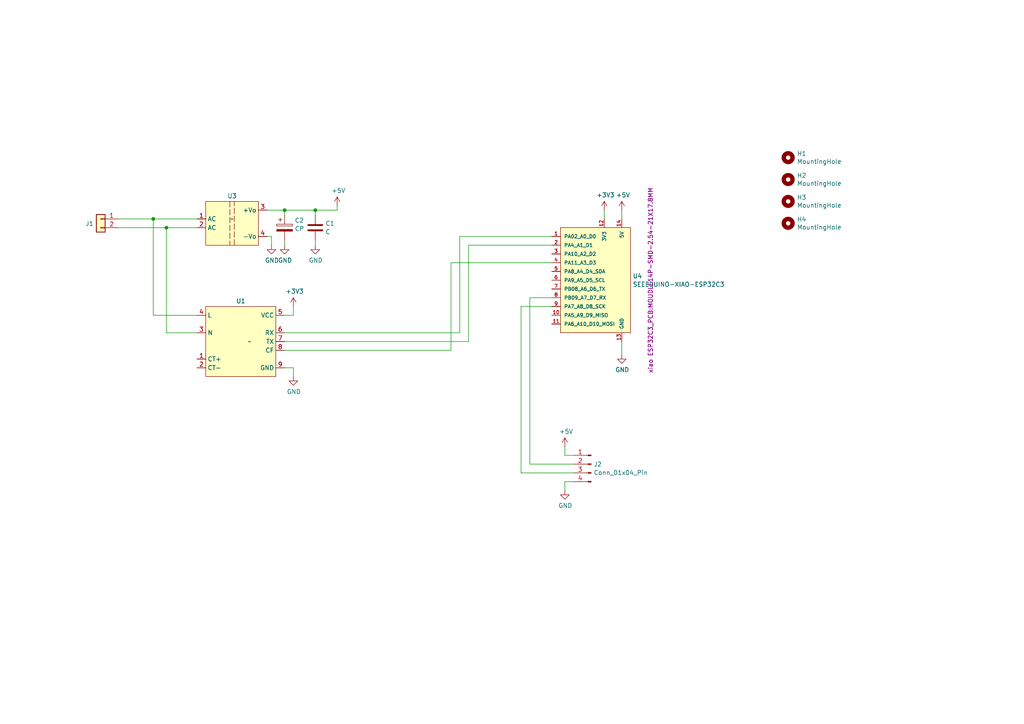
<source format=kicad_sch>
(kicad_sch (version 20231120) (generator "eeschema") (generator_version "8.0")
  (paper "A4")
  (lib_symbols
    (symbol "Connector:Conn_01x04_Pin" (pin_names (offset 1.016) hide)
      (property "Reference" "J" (at 0 5.08 0))
      (property "Value" "Conn_01x04_Pin" (at 0 -7.62 0))
      (symbol "Conn_01x04_Pin_1_1"
        (polyline (pts (xy 1.27 -5.08) (xy 0.8636 -5.08)) (stroke (width 0.1524)))
        (polyline (pts (xy 1.27 -2.54) (xy 0.8636 -2.54)) (stroke (width 0.1524)))
        (polyline (pts (xy 1.27 0) (xy 0.8636 0)) (stroke (width 0.1524)))
        (polyline (pts (xy 1.27 2.54) (xy 0.8636 2.54)) (stroke (width 0.1524)))
        (rectangle (start 0.8636 -4.953) (end 0 -5.207) (stroke (width 0.1524)) (fill (type outline)))
        (rectangle (start 0.8636 -2.413) (end 0 -2.667) (stroke (width 0.1524)) (fill (type outline)))
        (rectangle (start 0.8636 0.127) (end 0 -0.127) (stroke (width 0.1524)) (fill (type outline)))
        (rectangle (start 0.8636 2.667) (end 0 2.413) (stroke (width 0.1524)) (fill (type outline)))
        (pin passive line (at 5.08 2.54 180) (length 3.81) (name "Pin_1") (number "1"))
        (pin passive line (at 5.08 0 180) (length 3.81) (name "Pin_2") (number "2"))
        (pin passive line (at 5.08 -2.54 180) (length 3.81) (name "Pin_3") (number "3"))
        (pin passive line (at 5.08 -5.08 180) (length 3.81) (name "Pin_4") (number "4"))
      )
    )
    (symbol "Connector_Generic:Conn_01x02" (pin_names (offset 1.016) hide)
      (property "Reference" "J" (at 0 2.54 0))
      (property "Value" "Conn_01x02" (at 0 -5.08 0))
      (symbol "Conn_01x02_1_1"
        (rectangle (start -1.27 -2.413) (end 0 -2.667) (stroke (width 0.1524)))
        (rectangle (start -1.27 0.127) (end 0 -0.127) (stroke (width 0.1524)))
        (rectangle (start -1.27 1.27) (end 1.27 -3.81) (stroke (width 0.254)) (fill (type background)))
        (pin passive line (at -5.08 0 0) (length 3.81) (name "Pin_1") (number "1"))
        (pin passive line (at -5.08 -2.54 0) (length 3.81) (name "Pin_2") (number "2"))
      )
    )
    (symbol "Device:C" (pin_numbers hide) (pin_names (offset 0.254))
      (property "Reference" "C" (at 0.635 2.54 0))
      (property "Value" "C" (at 0.635 -2.54 0))
      (symbol "C_0_1"
        (polyline (pts (xy -2.032 -0.762) (xy 2.032 -0.762)) (stroke (width 0.508)))
        (polyline (pts (xy -2.032 0.762) (xy 2.032 0.762)) (stroke (width 0.508)))
      )
      (symbol "C_1_1"
        (pin passive line (at 0 3.81 270) (length 2.794) (name "~") (number "1"))
        (pin passive line (at 0 -3.81 90) (length 2.794) (name "~") (number "2"))
      )
    )
    (symbol "Device:C_Polarized" (pin_numbers hide) (pin_names (offset 0.254))
      (property "Reference" "C" (at 0.635 2.54 0))
      (property "Value" "C_Polarized" (at 0.635 -2.54 0))
      (symbol "C_Polarized_0_1"
        (rectangle (start -2.286 0.508) (end 2.286 1.016))
        (polyline (pts (xy -1.778 2.286) (xy -0.762 2.286)))
        (polyline (pts (xy -1.27 2.794) (xy -1.27 1.778)))
        (rectangle (start 2.286 -0.508) (end -2.286 -1.016) (fill (type outline)))
      )
      (symbol "C_Polarized_1_1"
        (pin passive line (at 0 3.81 270) (length 2.794) (name "~") (number "1"))
        (pin passive line (at 0 -3.81 90) (length 2.794) (name "~") (number "2"))
      )
    )
    (symbol "MOUDLE-SEEEDUINO-XIAO-ESP32C3:MOUDLE-SEEEDUINO-XIAO-ESP32C3" (pin_names (offset 1.016))
      (property "Reference" "U?" (at 2.54 12.7 0))
      (property "Value" "SEEEDUINO-XIAO-ESP32C3" (at -7.62 -15.24 90))
      (symbol "MOUDLE-SEEEDUINO-XIAO-ESP32C3_0_0"
        (pin bidirectional line (at 15.24 10.16 180) (length 2.54) (name "PA02_A0_D0") (number "1"))
        (pin bidirectional line (at 15.24 -12.7 180) (length 2.54) (name "PA5_A9_D9_MISO") (number "10"))
        (pin bidirectional line (at 15.24 -15.24 180) (length 2.54) (name "PA6_A10_D10_MOSI") (number "11"))
        (pin bidirectional line (at 15.24 7.62 180) (length 2.54) (name "PA4_A1_D1") (number "2"))
        (pin bidirectional line (at 15.24 5.08 180) (length 2.54) (name "PA10_A2_D2") (number "3"))
        (pin bidirectional line (at 15.24 2.54 180) (length 2.54) (name "PA11_A3_D3") (number "4"))
        (pin bidirectional line (at 15.24 0 180) (length 2.54) (name "PA8_A4_D4_SDA") (number "5"))
        (pin bidirectional line (at 15.24 -2.54 180) (length 2.54) (name "PA9_A5_D5_SCL") (number "6"))
        (pin bidirectional line (at 15.24 -5.08 180) (length 2.54) (name "PB08_A6_D6_TX") (number "7"))
        (pin bidirectional line (at 15.24 -7.62 180) (length 2.54) (name "PB09_A7_D7_RX") (number "8"))
        (pin bidirectional line (at 15.24 -10.16 180) (length 2.54) (name "PA7_A8_D8_SCK") (number "9"))
      )
      (symbol "MOUDLE-SEEEDUINO-XIAO-ESP32C3_1_0"
        (pin power_out line (at 0 15.24 270) (length 2.54) (name "3V3") (number "12"))
        (pin power_in line (at -5.08 -20.32 90) (length 2.54) (name "GND") (number "13"))
        (pin power_in line (at -5.08 15.24 270) (length 2.54) (name "5V") (number "14"))
      )
      (symbol "MOUDLE-SEEEDUINO-XIAO-ESP32C3_1_1"
        (rectangle (start -7.62 12.7) (end 12.7 -17.78) (fill (type background)))
      )
    )
    (symbol "Mechanical:MountingHole" (pin_names (offset 1.016))
      (property "Reference" "H" (at 0 5.08 0))
      (property "Value" "MountingHole" (at 0 3.175 0))
      (symbol "MountingHole_0_1"
        (circle (center 0 0) (radius 1.27) (stroke (width 1.27)))
      )
    )
    (symbol "custom:HLK-PM01"
      (property "Reference" "U" (at -3.175 6.35 0))
      (symbol "HLK-PM01_1_1"
        (rectangle (start -7.62 5.08) (end 7.62 -7.62) (fill (type background)))
        (polyline (pts (xy -0.635 5.08) (xy -0.635 -7.62)) (stroke (width 0) (type dash)))
        (polyline (pts (xy 0.635 -7.62) (xy 0.635 5.08)) (stroke (width 0) (type dash)))
        (pin power_in line (at -10.16 0 0) (length 2.54) (name "AC") (number "1"))
        (pin power_in line (at -10.16 -2.54 0) (length 2.54) (name "AC") (number "2"))
        (pin power_out line (at 10.16 2.54 180) (length 2.54) (name "+Vo") (number "3"))
        (pin power_out line (at 10.16 -5.08 180) (length 2.54) (name "-Vo") (number "4"))
      )
    )
    (symbol "custom:PZEM-004T-100A-D-P"
      (property "Reference" "U" (at -10.16 12.065 0))
      (symbol "PZEM-004T-100A-D-P_1_1"
        (rectangle (start -12.7 10.16) (end 7.62 -10.16) (fill (type background)))
        (pin input line (at -15.24 -5.08 0) (length 2.54) (name "CT+") (number "1"))
        (pin input line (at -15.24 -7.62 0) (length 2.54) (name "CT-") (number "2"))
        (pin input line (at -15.24 2.54 0) (length 2.54) (name "N") (number "3"))
        (pin input line (at -15.24 7.62 0) (length 2.54) (name "L") (number "4"))
        (pin power_in line (at 10.16 7.62 180) (length 2.54) (name "VCC") (number "5"))
        (pin open_collector line (at 10.16 2.54 180) (length 2.54) (name "RX") (number "6"))
        (pin open_collector line (at 10.16 0 180) (length 2.54) (name "TX") (number "7"))
        (pin open_collector line (at 10.16 -2.54 180) (length 2.54) (name "CF") (number "8"))
        (pin power_in line (at 10.16 -7.62 180) (length 2.54) (name "GND") (number "9"))
      )
    )
    (symbol "power:+3V3" (power) (pin_names (offset 0))
      (property "Value" "+3V3" (at 0 3.556 0))
      (symbol "+3V3_0_1"
        (polyline (pts (xy -0.762 1.27) (xy 0 2.54)))
        (polyline (pts (xy 0 0) (xy 0 2.54)))
        (polyline (pts (xy 0 2.54) (xy 0.762 1.27)))
      )
      (symbol "+3V3_1_1"
        (pin power_in line (at 0 0 90) (length 0) hide (name "+3V3") (number "1"))
      )
    )
    (symbol "power:+5V" (power) (pin_names (offset 0))
      (property "Value" "+5V" (at 0 3.556 0))
      (symbol "+5V_0_1"
        (polyline (pts (xy -0.762 1.27) (xy 0 2.54)))
        (polyline (pts (xy 0 0) (xy 0 2.54)))
        (polyline (pts (xy 0 2.54) (xy 0.762 1.27)))
      )
      (symbol "+5V_1_1"
        (pin power_in line (at 0 0 90) (length 0) hide (name "+5V") (number "1"))
      )
    )
    (symbol "power:GND" (power) (pin_names (offset 0))
      (property "Value" "GND" (at 0 -3.81 0))
      (symbol "GND_0_1"
        (polyline (pts (xy 0 0) (xy 0 -1.27) (xy 1.27 -1.27) (xy 0 -2.54) (xy -1.27 -1.27) (xy 0 -1.27)))
      )
      (symbol "GND_1_1"
        (pin power_in line (at 0 0 270) (length 0) hide (name "GND") (number "1"))
      )
    )
  )
  (junction (at 44.45 63.5))
  (junction (at 48.26 66.04))
  (junction (at 82.55 60.96))
  (junction (at 91.44 60.96))
  (wire (pts (xy 85.09 91.44) (xy 82.55 91.44)))
  (wire (pts (xy 78.74 68.58) (xy 77.47 68.58)))
  (wire (pts (xy 166.37 139.7) (xy 163.83 139.7)))
  (wire (pts (xy 48.26 66.04) (xy 57.15 66.04)))
  (wire (pts (xy 44.45 91.44) (xy 57.15 91.44)))
  (wire (pts (xy 175.26 60.96) (xy 175.26 63.5)))
  (wire (pts (xy 160.02 76.2) (xy 130.81 76.2)))
  (wire (pts (xy 82.55 69.85) (xy 82.55 71.12)))
  (wire (pts (xy 85.09 88.9) (xy 85.09 91.44)))
  (wire (pts (xy 77.47 60.96) (xy 82.55 60.96)))
  (wire (pts (xy 151.13 88.9) (xy 160.02 88.9)))
  (wire (pts (xy 151.13 137.16) (xy 166.37 137.16)))
  (wire (pts (xy 44.45 63.5) (xy 57.15 63.5)))
  (wire (pts (xy 163.83 139.7) (xy 163.83 142.24)))
  (wire (pts (xy 82.55 60.96) (xy 91.44 60.96)))
  (wire (pts (xy 166.37 134.62) (xy 153.67 134.62)))
  (wire (pts (xy 85.09 106.68) (xy 82.55 106.68)))
  (wire (pts (xy 85.09 109.22) (xy 85.09 106.68)))
  (wire (pts (xy 135.89 99.06) (xy 82.55 99.06)))
  (wire (pts (xy 133.35 68.58) (xy 160.02 68.58)))
  (wire (pts (xy 91.44 69.85) (xy 91.44 71.12)))
  (wire (pts (xy 82.55 101.6) (xy 130.81 101.6)))
  (wire (pts (xy 151.13 137.16) (xy 151.13 88.9)))
  (wire (pts (xy 160.02 86.36) (xy 153.67 86.36)))
  (wire (pts (xy 34.29 66.04) (xy 48.26 66.04)))
  (wire (pts (xy 130.81 76.2) (xy 130.81 101.6)))
  (wire (pts (xy 97.79 60.96) (xy 97.79 59.69)))
  (wire (pts (xy 166.37 132.08) (xy 163.83 132.08)))
  (wire (pts (xy 48.26 96.52) (xy 57.15 96.52)))
  (wire (pts (xy 153.67 86.36) (xy 153.67 134.62)))
  (wire (pts (xy 180.34 99.06) (xy 180.34 102.87)))
  (wire (pts (xy 160.02 71.12) (xy 135.89 71.12)))
  (wire (pts (xy 91.44 62.23) (xy 91.44 60.96)))
  (wire (pts (xy 82.55 60.96) (xy 82.55 62.23)))
  (wire (pts (xy 135.89 71.12) (xy 135.89 99.06)))
  (wire (pts (xy 180.34 60.96) (xy 180.34 63.5)))
  (wire (pts (xy 82.55 96.52) (xy 133.35 96.52)))
  (wire (pts (xy 163.83 132.08) (xy 163.83 129.54)))
  (wire (pts (xy 44.45 91.44) (xy 44.45 63.5)))
  (wire (pts (xy 48.26 66.04) (xy 48.26 96.52)))
  (wire (pts (xy 78.74 71.12) (xy 78.74 68.58)))
  (wire (pts (xy 133.35 68.58) (xy 133.35 96.52)))
  (wire (pts (xy 34.29 63.5) (xy 44.45 63.5)))
  (wire (pts (xy 91.44 60.96) (xy 97.79 60.96)))
  (symbol (lib_id "Mechanical:MountingHole") (at 228.6 45.72 0) (unit 1)
    (property "Reference" "H1" (at 231.14 44.5516 0) (effects (justify left)))
    (property "Value" "MountingHole" (at 231.14 46.863 0) (effects (justify left)))
    (property "Footprint" "MountingHole:MountingHole_3.2mm_M3_Pad" (effects (hide yes)))
  )
  (symbol (lib_id "Mechanical:MountingHole") (at 228.6 52.07 0) (unit 1)
    (property "Reference" "H2" (at 231.14 50.9016 0) (effects (justify left)))
    (property "Value" "MountingHole" (at 231.14 53.213 0) (effects (justify left)))
    (property "Footprint" "MountingHole:MountingHole_3.2mm_M3_Pad" (effects (hide yes)))
  )
  (symbol (lib_id "Mechanical:MountingHole") (at 228.6 58.42 0) (unit 1)
    (property "Reference" "H3" (at 231.14 57.2516 0) (effects (justify left)))
    (property "Value" "MountingHole" (at 231.14 59.563 0) (effects (justify left)))
    (property "Footprint" "MountingHole:MountingHole_3.2mm_M3_Pad" (effects (hide yes)))
  )
  (symbol (lib_id "Mechanical:MountingHole") (at 228.6 64.77 0) (unit 1)
    (property "Reference" "H4" (at 231.14 63.6016 0) (effects (justify left)))
    (property "Value" "MountingHole" (at 231.14 65.913 0) (effects (justify left)))
    (property "Footprint" "MountingHole:MountingHole_3.2mm_M3_Pad" (effects (hide yes)))
  )
  (symbol (lib_id "MOUDLE-SEEEDUINO-XIAO-ESP32C3:MOUDLE-SEEEDUINO-XIAO-ESP32C3") (at 175.26 78.74 0) (mirror y) (unit 1)
    (property "Reference" "U4" (at 183.515 80.0679 0) (effects (justify right)))
    (property "Value" "SEEEDUINO-XIAO-ESP32C3" (at 183.515 82.4921 0) (effects (justify right)))
    (property "Footprint" "xiao ESP32C3_PCB:MOUDLE14P-SMD-2.54-21X17.8MM" (at 187.96 81.28 90) (effects (justify bottom)))
  )
  (symbol (lib_id "power:GND") (at 91.44 71.12 0) (unit 1)
    (property "Reference" "#PWR08" (effects (hide yes)))
    (property "Value" "GND" (at 91.567 75.5142 0))
  )
  (symbol (lib_id "power:+3V3") (at 175.26 60.96 0) (unit 1)
    (property "Reference" "#PWR06" (effects (hide yes)))
    (property "Value" "+3V3" (at 175.641 56.5658 0))
  )
  (symbol (lib_id "power:+5V") (at 180.34 60.96 0) (unit 1)
    (property "Reference" "#PWR07" (effects (hide yes)))
    (property "Value" "+5V" (at 180.721 56.5658 0))
  )
  (symbol (lib_id "custom:PZEM-004T-100A-D-P") (at 72.39 99.06 0) (unit 1)
    (property "Reference" "U1" (at 69.85 87.3069 0))
    (property "Value" "~" (at 72.39 99.06 0))
    (property "Footprint" "custom:PZEM-004T-100A-D-P" (effects (hide yes)))
  )
  (symbol (lib_id "power:GND") (at 163.83 142.24 0) (unit 1)
    (property "Reference" "#PWR011" (effects (hide yes)))
    (property "Value" "GND" (at 163.957 146.6342 0))
  )
  (symbol (lib_id "power:GND") (at 78.74 71.12 0) (unit 1)
    (property "Reference" "#PWR09" (effects (hide yes)))
    (property "Value" "GND" (at 78.867 75.5142 0))
  )
  (symbol (lib_id "power:+5V") (at 163.83 129.54 0) (unit 1)
    (property "Reference" "#PWR010" (effects (hide yes)))
    (property "Value" "+5V" (at 164.211 125.1458 0))
  )
  (symbol (lib_id "Device:C") (at 91.44 66.04 0) (unit 1)
    (property "Reference" "C1" (at 94.361 64.8278 0) (effects (justify left)))
    (property "Value" "C" (at 94.361 67.2521 0) (effects (justify left)))
    (property "Footprint" "Capacitor_SMD:C_1206_3216Metric" (effects (hide yes)))
    (property "Description" "Unpolarized capacitor" (effects (hide yes)))
  )
  (symbol (lib_id "power:GND") (at 85.09 109.22 0) (unit 1)
    (property "Reference" "#PWR01" (effects (hide yes)))
    (property "Value" "GND" (at 85.217 113.6142 0))
  )
  (symbol (lib_id "power:+5V") (at 97.79 59.69 0) (unit 1)
    (property "Reference" "#PWR03" (effects (hide yes)))
    (property "Value" "+5V" (at 98.171 55.2958 0))
  )
  (symbol (lib_id "Device:C_Polarized") (at 82.55 66.04 0) (unit 1)
    (property "Reference" "C2" (at 85.471 63.9389 0) (effects (justify left)))
    (property "Value" "CP" (at 85.471 66.3631 0) (effects (justify left)))
    (property "Footprint" "Capacitor_Tantalum_SMD:CP_EIA-7360-38_Kemet-E_Pad2.25x4.25mm_HandSolder" (effects (hide yes)))
  )
  (symbol (lib_id "Connector_Generic:Conn_01x02") (at 29.21 63.5 0) (mirror y) (unit 1)
    (property "Reference" "J1" (at 27.178 64.8716 0) (effects (justify left)))
    (property "Value" "Conn_01x02" (effects (hide yes)))
    (property "Footprint" "Connector_Phoenix_MC_HighVoltage:PhoenixContact_MCV_1,5_2-G-5.08_1x02_P5.08mm_Vertical" (effects (hide yes)))
  )
  (symbol (lib_id "power:GND") (at 180.34 102.87 0) (unit 1)
    (property "Reference" "#PWR05" (effects (hide yes)))
    (property "Value" "GND" (at 180.467 107.2642 0))
  )
  (symbol (lib_id "Connector:Conn_01x04_Pin") (at 171.45 134.62 0) (mirror y) (unit 1)
    (property "Reference" "J2" (at 172.1612 134.6778 0) (effects (justify right)))
    (property "Value" "Conn_01x04_Pin" (at 172.1612 137.1021 0) (effects (justify right)))
    (property "Footprint" "Connector_JST:JST_XH_B4B-XH-A_1x04_P2.50mm_Vertical" (effects (hide yes)))
    (property "Description" "Generic connector, single row, 01x04, script generated" (effects (hide yes)))
  )
  (symbol (lib_id "custom:HLK-PM01") (at 67.31 63.5 0) (unit 1)
    (property "Reference" "U3" (at 67.31 56.8269 0))
    (property "Value" "~" (at 67.31 63.5 0))
    (property "Footprint" "custom:HLK-PM01" (effects (hide yes)))
    (property "Datasheet" "https://jlcpcb.com/partdetail/hilink-HLKPM01/C209903" (effects (hide yes)))
    (property "Description" "5V 0.6A 90VAC~265VAC 120V~350V 3W AC-DC 73% Plugin Power Modules ROHS" (effects (hide yes)))
  )
  (symbol (lib_id "power:GND") (at 82.55 71.12 0) (unit 1)
    (property "Reference" "#PWR04" (effects (hide yes)))
    (property "Value" "GND" (at 82.677 75.5142 0))
  )
  (symbol (lib_id "power:+3V3") (at 85.09 88.9 0) (unit 1)
    (property "Reference" "#PWR02" (effects (hide yes)))
    (property "Value" "+3V3" (at 85.471 84.5058 0))
  )
)
</source>
